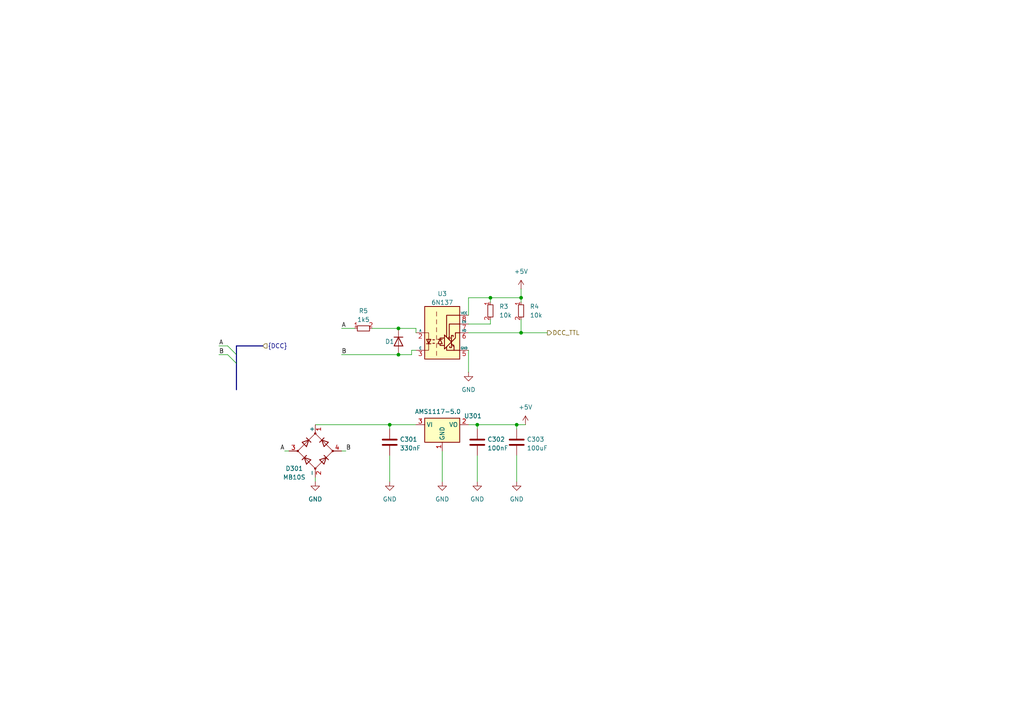
<source format=kicad_sch>
(kicad_sch (version 20231120) (generator "eeschema") (generator_version "8.0")
  (paper "A4")
  (lib_symbols
    (symbol "Device:C" (pin_numbers hide) (pin_names (offset 0.254))
      (property "Reference" "C" (at 0.635 2.54 0))
      (property "Value" "C" (at 0.635 -2.54 0))
      (symbol "C_0_1"
        (polyline (pts (xy -2.032 -0.762) (xy 2.032 -0.762)) (stroke (width 0.508)))
        (polyline (pts (xy -2.032 0.762) (xy 2.032 0.762)) (stroke (width 0.508)))
      )
      (symbol "C_1_1"
        (pin passive line (at 0 3.81 270) (length 2.794) (name "~") (number "1"))
        (pin passive line (at 0 -3.81 90) (length 2.794) (name "~") (number "2"))
      )
    )
    (symbol "Device:D" (pin_numbers hide) (pin_names (offset 1.016) hide)
      (property "Reference" "D" (at 0 2.54 0))
      (property "Value" "D" (at 0 -2.54 0))
      (symbol "D_0_1"
        (polyline (pts (xy -1.27 1.27) (xy -1.27 -1.27)) (stroke (width 0.254)))
        (polyline (pts (xy 1.27 0) (xy -1.27 0)))
        (polyline (pts (xy 1.27 1.27) (xy 1.27 -1.27) (xy -1.27 0) (xy 1.27 1.27)) (stroke (width 0.254)))
      )
      (symbol "D_1_1"
        (pin passive line (at -3.81 0 0) (length 2.54) (name "K") (number "1"))
        (pin passive line (at 3.81 0 180) (length 2.54) (name "A") (number "2"))
      )
    )
    (symbol "Isolator:6N137" (pin_names (offset 0))
      (property "Reference" "U" (at -4.064 8.89 0))
      (property "Value" "6N137" (at 0 -8.89 0))
      (symbol "6N137_0_1"
        (polyline (pts (xy 2.667 -3.556) (xy 2.667 -1.651)) (stroke (width 0.254)))
        (polyline (pts (xy 2.667 -2.159) (xy 2.667 -2.921)) (stroke (width 0.254)))
        (polyline (pts (xy 3.429 -3.937) (xy 3.429 -5.08)) (stroke (width 0.254)))
        (polyline (pts (xy -0.635 -3.302) (xy -0.635 -3.683) (xy 0.635 -3.683)) (stroke (width 0.254)))
        (polyline (pts (xy -0.635 -1.905) (xy -0.635 -1.524) (xy 0.508 -1.524)) (stroke (width 0.254)))
        (polyline (pts (xy 1.27 -4.064) (xy 1.27 -5.08) (xy 5.08 -5.08)) (stroke (width 0.254)))
        (polyline (pts (xy 1.27 -1.27) (xy 1.27 5.08) (xy 5.08 5.08)) (stroke (width 0.254)))
        (polyline (pts (xy 2.032 -1.27) (xy 2.032 2.54) (xy 5.08 2.54)) (stroke (width 0.254)))
        (polyline (pts (xy -5.08 -5.08) (xy -3.937 -5.08) (xy -3.937 0) (xy -5.08 0)))
        (polyline (pts (xy 2.667 -3.302) (xy 2.667 -4.318) (xy 2.159 -4.318) (xy 2.159 -3.937)) (stroke (width 0.254)))
        (polyline (pts (xy 2.667 -2.667) (xy 0.635 -4.699) (xy 0.635 -0.635) (xy 2.667 -2.667)) (stroke (width 0.254)))
        (polyline (pts (xy 2.667 -1.778) (xy 2.667 -0.762) (xy 3.175 -0.762) (xy 3.175 -1.143)) (stroke (width 0.254)))
        (polyline (pts (xy 2.794 -2.54) (xy 3.81 -1.524) (xy 3.81 0) (xy 5.08 0)) (stroke (width 0.254)))
        (polyline (pts (xy 2.667 -3.175) (xy 3.429 -3.937) (xy 3.302 -3.556) (xy 3.048 -3.81) (xy 3.429 -3.937)) (stroke (width 0.254)))
        (circle (center 2.032 -1.524) (radius 0.254) (stroke (width 0.254)))
      )
      (symbol "6N137_1_1"
        (rectangle (start -5.08 7.62) (end 5.08 -7.62) (stroke (width 0.254)) (fill (type background)))
        (polyline (pts (xy -4.572 -3.175) (xy -3.302 -3.175)) (stroke (width 0.254)))
        (polyline (pts (xy -1.651 -5.334) (xy -1.651 -6.604)))
        (polyline (pts (xy -1.651 -3.048) (xy -1.651 -4.318)))
        (polyline (pts (xy -1.651 -0.762) (xy -1.651 -2.032)))
        (polyline (pts (xy -1.651 1.524) (xy -1.651 0.254)))
        (polyline (pts (xy -1.651 3.81) (xy -1.651 2.54)))
        (polyline (pts (xy -1.651 6.096) (xy -1.651 4.826)))
        (polyline (pts (xy -1.27 -1.905) (xy 0 -1.905)) (stroke (width 0.254)))
        (polyline (pts (xy -3.937 -3.175) (xy -4.572 -1.905) (xy -3.302 -1.905) (xy -3.937 -3.175)) (stroke (width 0.254)))
        (polyline (pts (xy -0.635 -1.905) (xy -1.27 -3.175) (xy 0 -3.175) (xy -0.635 -1.905)) (stroke (width 0.254)))
        (polyline (pts (xy -2.921 -3.048) (xy -2.159 -3.048) (xy -2.54 -3.175) (xy -2.54 -2.921) (xy -2.159 -3.048)) (stroke (width 0.127)))
        (polyline (pts (xy -2.921 -2.032) (xy -2.159 -2.032) (xy -2.54 -2.159) (xy -2.54 -1.905) (xy -2.159 -2.032)) (stroke (width 0.127)))
        (pin no_connect line (at -5.08 5.08 0) (length 2.54) hide (name "NC") (number "1"))
        (pin passive line (at -7.62 0 0) (length 2.54) (name "A") (number "2"))
        (pin passive line (at -7.62 -5.08 0) (length 2.54) (name "C") (number "3"))
        (pin power_in line (at 7.62 -5.08 180) (length 2.54) (name "GND") (number "5"))
        (pin open_collector line (at 7.62 0 180) (length 2.54) (name "VO") (number "6"))
        (pin input line (at 7.62 2.54 180) (length 2.54) (name "EN") (number "7"))
        (pin power_in line (at 7.62 5.08 180) (length 2.54) (name "VCC") (number "8"))
      )
    )
    (symbol "custom_kicad_lib_sk:AMS1117-5.0"
      (property "Reference" "U" (at -3.81 3.175 0))
      (property "Value" "AMS1117-5.0" (at 0 3.175 0))
      (symbol "AMS1117-5.0_0_1"
        (rectangle (start -5.08 1.905) (end 5.08 -5.08) (stroke (width 0.254)) (fill (type background)))
      )
      (symbol "AMS1117-5.0_1_1"
        (pin power_in line (at 0 -7.62 90) (length 2.54) (name "GND") (number "1"))
        (pin power_out line (at 7.62 0 180) (length 2.54) (name "VO") (number "2"))
        (pin power_in line (at -7.62 0 0) (length 2.54) (name "VI") (number "3"))
      )
    )
    (symbol "custom_kicad_lib_sk:MB10S" (pin_names (offset 0))
      (property "Reference" "D" (at 2.54 6.985 0))
      (property "Value" "MB10S" (at 2.54 5.08 0))
      (symbol "MB10S_0_1"
        (circle (center -5.08 0) (radius 0.254) (fill (type outline)))
        (circle (center 0 -5.08) (radius 0.254) (fill (type outline)))
        (polyline (pts (xy -2.54 3.81) (xy -1.27 2.54)) (stroke (width 0.254)))
        (polyline (pts (xy -1.27 -2.54) (xy -2.54 -3.81)) (stroke (width 0.254)))
        (polyline (pts (xy 2.54 -1.27) (xy 3.81 -2.54)) (stroke (width 0.254)))
        (polyline (pts (xy 2.54 1.27) (xy 3.81 2.54)) (stroke (width 0.254)))
        (polyline (pts (xy -3.81 2.54) (xy -2.54 1.27) (xy -1.905 3.175) (xy -3.81 2.54)) (stroke (width 0.254)))
        (polyline (pts (xy -2.54 -1.27) (xy -3.81 -2.54) (xy -1.905 -3.175) (xy -2.54 -1.27)) (stroke (width 0.254)))
        (polyline (pts (xy 1.27 2.54) (xy 2.54 3.81) (xy 3.175 1.905) (xy 1.27 2.54)) (stroke (width 0.254)))
        (polyline (pts (xy 3.175 -1.905) (xy 1.27 -2.54) (xy 2.54 -3.81) (xy 3.175 -1.905)) (stroke (width 0.254)))
        (polyline (pts (xy -5.08 0) (xy 0 -5.08) (xy 5.08 0) (xy 0 5.08) (xy -5.08 0)))
        (circle (center 0 5.08) (radius 0.254) (fill (type outline)))
        (circle (center 5.08 0) (radius 0.254) (fill (type outline)))
      )
      (symbol "MB10S_1_1"
        (pin passive line (at 7.62 0 180) (length 2.54) (name "+") (number "1"))
        (pin passive line (at -7.62 0 0) (length 2.54) (name "-") (number "2"))
        (pin passive line (at 0 7.62 270) (length 2.54) (name "~") (number "3"))
        (pin passive line (at 0 -7.62 90) (length 2.54) (name "~") (number "4"))
      )
    )
    (symbol "power:+5V" (power) (pin_numbers hide) (pin_names (offset 0) hide)
      (property "Value" "+5V" (at 0 3.556 0))
      (symbol "+5V_0_1"
        (polyline (pts (xy -0.762 1.27) (xy 0 2.54)))
        (polyline (pts (xy 0 0) (xy 0 2.54)))
        (polyline (pts (xy 0 2.54) (xy 0.762 1.27)))
      )
      (symbol "+5V_1_1"
        (pin power_in line (at 0 0 90) (length 0) (name "~") (number "1"))
      )
    )
    (symbol "power:GND" (power) (pin_numbers hide) (pin_names (offset 0) hide)
      (property "Value" "GND" (at 0 -3.81 0))
      (symbol "GND_0_1"
        (polyline (pts (xy 0 0) (xy 0 -1.27) (xy 1.27 -1.27) (xy 0 -2.54) (xy -1.27 -1.27) (xy 0 -1.27)))
      )
      (symbol "GND_1_1"
        (pin power_in line (at 0 0 270) (length 0) (name "~") (number "1"))
      )
    )
    (symbol "resistors_0603:R_10k_0603"
      (property "Reference" "R" (at 1.27 2.54 0))
      (property "Value" "10k" (at 2.54 -2.54 0))
      (symbol "R_10k_0603_0_1"
        (rectangle (start -0.762 1.778) (end 0.762 -1.778) (stroke (width 0.2032)))
      )
      (symbol "R_10k_0603_1_1"
        (pin passive line (at 0 2.54 270) (length 0.762) (name "~") (number "1"))
        (pin passive line (at 0 -2.54 90) (length 0.762) (name "~") (number "2"))
      )
    )
    (symbol "resistors_0603:R_1k5_0603"
      (property "Reference" "R" (at 1.27 2.54 0))
      (property "Value" "1k5" (at 2.54 -2.54 0))
      (symbol "R_1k5_0603_0_1"
        (rectangle (start -0.762 1.778) (end 0.762 -1.778) (stroke (width 0.2032)))
      )
      (symbol "R_1k5_0603_1_1"
        (pin passive line (at 0 2.54 270) (length 0.762) (name "~") (number "1"))
        (pin passive line (at 0 -2.54 90) (length 0.762) (name "~") (number "2"))
      )
    )
  )
  (bus_alias "DCC" (members "A" "B"))
  (junction (at 115.57 102.87))
  (junction (at 151.13 96.52))
  (junction (at 115.57 95.25))
  (junction (at 149.86 123.19))
  (junction (at 151.13 86.36))
  (junction (at 138.43 123.19))
  (junction (at 113.03 123.19))
  (junction (at 142.24 86.36))
  (bus_entry (at 68.58 105.41) (size -2.54 -2.54))
  (bus_entry (at 68.58 102.87) (size -2.54 -2.54))
  (wire (pts (xy 151.13 83.82) (xy 151.13 86.36)))
  (wire (pts (xy 135.89 101.6) (xy 135.89 107.95)))
  (wire (pts (xy 66.04 102.87) (xy 63.5 102.87)))
  (bus (pts (xy 68.58 100.33) (xy 68.58 102.87)))
  (wire (pts (xy 128.27 139.7) (xy 128.27 130.81)))
  (wire (pts (xy 149.86 132.08) (xy 149.86 139.7)))
  (bus (pts (xy 68.58 102.87) (xy 68.58 105.41)))
  (wire (pts (xy 113.03 123.19) (xy 120.65 123.19)))
  (bus (pts (xy 68.58 105.41) (xy 68.58 113.03)))
  (wire (pts (xy 138.43 124.46) (xy 138.43 123.19)))
  (wire (pts (xy 82.55 130.81) (xy 83.82 130.81)))
  (wire (pts (xy 151.13 96.52) (xy 158.75 96.52)))
  (wire (pts (xy 91.44 139.7) (xy 91.44 138.43)))
  (wire (pts (xy 142.24 86.36) (xy 142.24 87.63)))
  (wire (pts (xy 142.24 92.71) (xy 142.24 93.98)))
  (wire (pts (xy 151.13 86.36) (xy 151.13 87.63)))
  (wire (pts (xy 113.03 123.19) (xy 113.03 124.46)))
  (wire (pts (xy 135.89 96.52) (xy 151.13 96.52)))
  (wire (pts (xy 63.5 100.33) (xy 66.04 100.33)))
  (wire (pts (xy 142.24 86.36) (xy 151.13 86.36)))
  (wire (pts (xy 115.57 95.25) (xy 120.65 95.25)))
  (wire (pts (xy 149.86 123.19) (xy 152.4 123.19)))
  (wire (pts (xy 115.57 102.87) (xy 119.38 102.87)))
  (wire (pts (xy 135.89 86.36) (xy 142.24 86.36)))
  (wire (pts (xy 113.03 132.08) (xy 113.03 139.7)))
  (wire (pts (xy 119.38 101.6) (xy 119.38 102.87)))
  (wire (pts (xy 99.06 102.87) (xy 115.57 102.87)))
  (wire (pts (xy 138.43 132.08) (xy 138.43 139.7)))
  (bus (pts (xy 76.2 100.33) (xy 68.58 100.33)))
  (wire (pts (xy 120.65 96.52) (xy 120.65 95.25)))
  (wire (pts (xy 149.86 124.46) (xy 149.86 123.19)))
  (wire (pts (xy 138.43 123.19) (xy 149.86 123.19)))
  (wire (pts (xy 135.89 93.98) (xy 142.24 93.98)))
  (wire (pts (xy 135.89 91.44) (xy 135.89 86.36)))
  (wire (pts (xy 135.89 123.19) (xy 138.43 123.19)))
  (wire (pts (xy 91.44 123.19) (xy 113.03 123.19)))
  (wire (pts (xy 99.06 130.81) (xy 100.33 130.81)))
  (wire (pts (xy 107.95 95.25) (xy 115.57 95.25)))
  (wire (pts (xy 151.13 92.71) (xy 151.13 96.52)))
  (wire (pts (xy 99.06 95.25) (xy 102.87 95.25)))
  (wire (pts (xy 120.65 101.6) (xy 119.38 101.6)))
  (label "A" (at 99.06 95.25 0))
  (label "B" (at 63.5 102.87 0))
  (label "B" (at 100.33 130.81 0))
  (label "B" (at 99.06 102.87 0))
  (label "A" (at 63.5 100.33 0))
  (label "A" (at 82.55 130.81 180))
  (hierarchical_label "DCC_TTL" (shape output) (at 158.75 96.52 0))
  (hierarchical_label "{DCC}" (shape input) (at 76.2 100.33 0))
  (symbol (lib_id "power:GND") (at 135.89 107.95 0) (unit 1)
    (property "Reference" "#PWR03" (effects (hide yes)))
    (property "Value" "GND" (at 135.89 113.03 0))
    (property "Description" "Power symbol creates a global label with name \"GND\" , ground" (effects (hide yes)))
  )
  (symbol (lib_id "power:GND") (at 138.43 139.7 0) (unit 1)
    (property "Reference" "#PWR035" (effects (hide yes)))
    (property "Value" "GND" (at 138.43 144.78 0))
    (property "Description" "Power symbol creates a global label with name \"GND\" , ground" (effects (hide yes)))
  )
  (symbol (lib_id "power:GND") (at 149.86 139.7 0) (unit 1)
    (property "Reference" "#PWR036" (effects (hide yes)))
    (property "Value" "GND" (at 149.86 144.78 0))
    (property "Description" "Power symbol creates a global label with name \"GND\" , ground" (effects (hide yes)))
  )
  (symbol (lib_id "custom_kicad_lib_sk:MB10S") (at 91.44 130.81 90) (unit 1)
    (property "Reference" "D301" (at 85.344 135.89 90))
    (property "Value" "MB10S" (at 85.344 138.43 90))
    (property "Footprint" "Package_TO_SOT_SMD:TO-269AA" (effects (hide yes)))
    (property "Description" "Diode bridge, +ve/-ve/AC/AC" (effects (hide yes)))
    (property "JLCPCB Part#" "C2488" (effects (hide yes)))
  )
  (symbol (lib_id "power:GND") (at 113.03 139.7 0) (unit 1)
    (property "Reference" "#PWR037" (effects (hide yes)))
    (property "Value" "GND" (at 113.03 144.78 0))
    (property "Description" "Power symbol creates a global label with name \"GND\" , ground" (effects (hide yes)))
  )
  (symbol (lib_id "custom_kicad_lib_sk:AMS1117-5.0") (at 128.27 123.19 0) (unit 1)
    (property "Reference" "U301" (at 137.16 120.65 0))
    (property "Value" "AMS1117-5.0" (at 127 119.38 0))
    (property "Footprint" "Package_TO_SOT_SMD:SOT-223-3_TabPin2" (effects (hide yes)))
    (property "Datasheet" "http://www.advanced-monolithic.com/pdf/ds1117.pdf" (effects (hide yes)))
    (property "Description" "1A Low Dropout regulator, positive, 5.0V fixed output, SOT-223" (effects (hide yes)))
    (property "JLCPCB Part#" "C6187" (effects (hide yes)))
  )
  (symbol (lib_id "power:+5V") (at 152.4 123.19 0) (unit 1)
    (property "Reference" "#PWR033" (effects (hide yes)))
    (property "Value" "+5V" (at 152.4 118.11 0))
    (property "Description" "Power symbol creates a global label with name \"+5V\"" (effects (hide yes)))
  )
  (symbol (lib_id "Device:C") (at 138.43 128.27 0) (unit 1)
    (property "Reference" "C302" (at 141.351 127.4353 0) (effects (justify left)))
    (property "Value" "100nF" (at 141.351 129.9722 0) (effects (justify left)))
    (property "Footprint" "Capacitor_SMD:C_0603_1608Metric_Pad1.08x0.95mm_HandSolder" (effects (hide yes)))
    (property "JLCPCB Part#" "C14663" (effects (hide yes)))
  )
  (symbol (lib_id "resistors_0603:R_10k_0603") (at 142.24 90.17 0) (unit 1)
    (property "Reference" "R3" (at 144.78 88.8999 0) (effects (justify left)))
    (property "Value" "10k" (at 144.78 91.4399 0) (effects (justify left)))
    (property "Footprint" "custom_kicad_lib_sk:R_0603_smalltext" (effects (hide yes)))
    (property "JLCPCB Part#" "C25804" (effects (hide yes)))
  )
  (symbol (lib_id "Device:C") (at 149.86 128.27 0) (unit 1)
    (property "Reference" "C303" (at 152.781 127.4353 0) (effects (justify left)))
    (property "Value" "100uF" (at 152.781 129.9722 0) (effects (justify left)))
    (property "Footprint" "Capacitor_SMD:C_1206_3216Metric_Pad1.33x1.80mm_HandSolder" (effects (hide yes)))
    (property "JLCPCB Part#" "C15008" (effects (hide yes)))
  )
  (symbol (lib_id "power:+5V") (at 151.13 83.82 0) (unit 1)
    (property "Reference" "#PWR01" (effects (hide yes)))
    (property "Value" "+5V" (at 151.13 78.74 0))
    (property "Description" "Power symbol creates a global label with name \"+5V\"" (effects (hide yes)))
  )
  (symbol (lib_id "power:GND") (at 128.27 139.7 0) (unit 1)
    (property "Reference" "#PWR034" (effects (hide yes)))
    (property "Value" "GND" (at 128.27 144.78 0))
    (property "Description" "Power symbol creates a global label with name \"GND\" , ground" (effects (hide yes)))
  )
  (symbol (lib_id "resistors_0603:R_10k_0603") (at 151.13 90.17 0) (unit 1)
    (property "Reference" "R4" (at 153.67 88.8999 0) (effects (justify left)))
    (property "Value" "10k" (at 153.67 91.4399 0) (effects (justify left)))
    (property "Footprint" "custom_kicad_lib_sk:R_0603_smalltext" (effects (hide yes)))
    (property "JLCPCB Part#" "C25804" (effects (hide yes)))
  )
  (symbol (lib_id "Isolator:6N137") (at 128.27 96.52 0) (unit 1)
    (property "Reference" "U3" (at 128.27 85.2002 0))
    (property "Value" "6N137" (at 128.27 87.7371 0))
    (property "Footprint" "Package_SO:SOP-8_6.62x9.15mm_P2.54mm" (effects (hide yes)))
    (property "Datasheet" "https://datasheet.lcsc.com/szlcsc/1908282202_Everlight-Elec-6N137S1-TA_C110020.pdf" (effects (hide yes)))
    (property "JLCPCB Part#" "C110020" (effects (hide yes)))
  )
  (symbol (lib_id "power:GND") (at 91.44 139.7 0) (unit 1)
    (property "Reference" "#PWR038" (effects (hide yes)))
    (property "Value" "GND" (at 91.44 144.78 0))
    (property "Description" "Power symbol creates a global label with name \"GND\" , ground" (effects (hide yes)))
  )
  (symbol (lib_id "Device:D") (at 115.57 99.06 270) (unit 1)
    (property "Reference" "D1" (at 113.03 99.06 90))
    (property "Value" "D" (effects (hide yes)))
    (property "Footprint" "Diode_SMD:D_SOD-323" (effects (hide yes)))
    (property "JLCPCB Part#" "C2128" (effects (hide yes)))
  )
  (symbol (lib_id "Device:C") (at 113.03 128.27 0) (unit 1)
    (property "Reference" "C301" (at 115.951 127.4353 0) (effects (justify left)))
    (property "Value" "330nF" (at 115.951 129.9722 0) (effects (justify left)))
    (property "Footprint" "Capacitor_SMD:C_0603_1608Metric_Pad1.08x0.95mm_HandSolder" (effects (hide yes)))
    (property "JLCPCB Part#" "C1615" (effects (hide yes)))
  )
  (symbol (lib_id "resistors_0603:R_1k5_0603") (at 105.41 95.25 90) (unit 1)
    (property "Reference" "R5" (at 105.41 90.17 90))
    (property "Value" "1k5" (at 105.41 92.71 90))
    (property "Footprint" "custom_kicad_lib_sk:R_0603_smalltext" (effects (hide yes)))
    (property "JLCPCB Part#" "C22843" (effects (hide yes)))
  )
)
</source>
